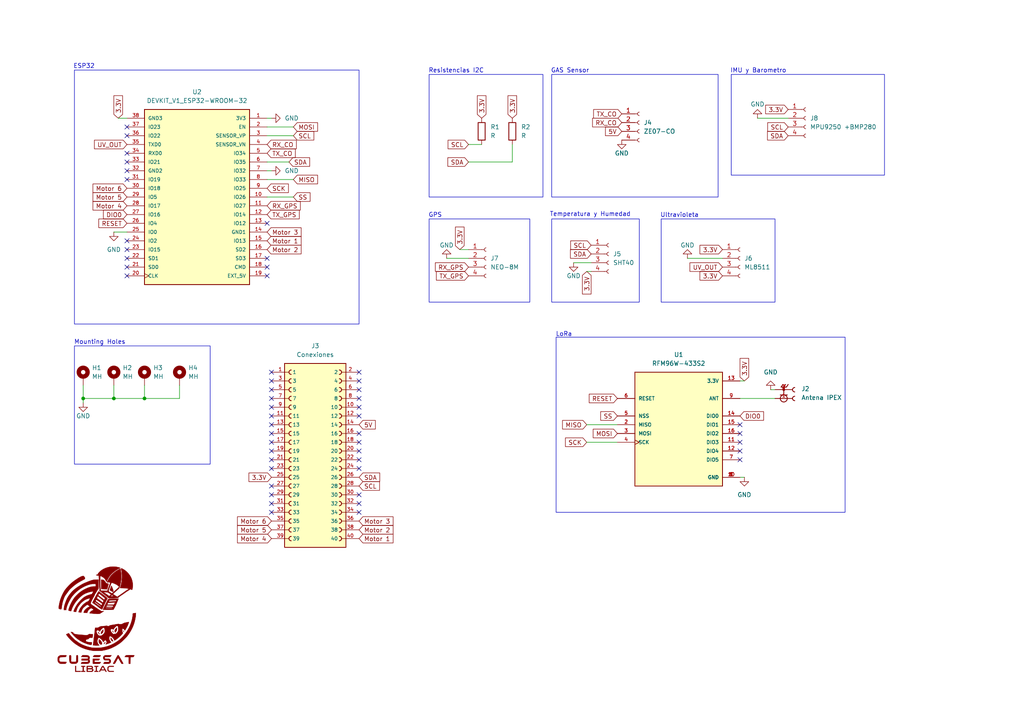
<source format=kicad_sch>
(kicad_sch (version 20231120) (generator "eeschema") (generator_version "8.0")
  (paper "A4")
  (title_block (title "CubeSat prototype 1") (date "2024-11-05") (company "Libiac"))
  (lib_symbols
    (symbol "20279-001E-03-IPEX:20279-001E-03" (pin_names (offset 1.016))
      (property "Reference" "J" (at -3.81 1.524 0))
      (property "Value" "20279-001E-03" (at -4.064 -6.858 0))
      (symbol "20279-001E-03_0_0"
        (pin passive line (at 2.54 0 180) (length 5.08) (name "~") (number "1"))
        (pin passive line (at 2.54 -2.54 180) (length 5.08) (name "~") (number "2"))
        (pin passive line (at 2.54 -2.54 180) (length 5.08) (name "~") (number "3"))
      )
    )
    (symbol "Connector:Conn_01x04_Socket" (pin_names (offset 1.016) hide)
      (property "Reference" "J" (at 0 5.08 0))
      (property "Value" "Conn_01x04_Socket" (at 0 -7.62 0))
      (symbol "Conn_01x04_Socket_1_1"
        (pin passive line (at -5.08 2.54 0) (length 3.81) (name "Pin_1") (number "1"))
        (pin passive line (at -5.08 0 0) (length 3.81) (name "Pin_2") (number "2"))
        (pin passive line (at -5.08 -2.54 0) (length 3.81) (name "Pin_3") (number "3"))
        (pin passive line (at -5.08 -5.08 0) (length 3.81) (name "Pin_4") (number "4"))
      )
    )
    (symbol "DEVKIT_V1_ESP32-WROOM-32:DEVKIT_V1_ESP32-WROOM-32" (pin_names (offset 1.016))
      (property "Reference" "U" (at -15.2572 26.0643 0))
      (property "Value" "DEVKIT_V1_ESP32-WROOM-32" (at -15.2563 -27.9698 0))
      (symbol "DEVKIT_V1_ESP32-WROOM-32_0_0"
        (pin power_in line (at -20.32 22.86 0) (length 5.08) (name "3V3") (number "1"))
        (pin bidirectional line (at -20.32 0 0) (length 5.08) (name "IO26") (number "10"))
        (pin bidirectional line (at -20.32 -2.54 0) (length 5.08) (name "IO27") (number "11"))
        (pin bidirectional line (at -20.32 -5.08 0) (length 5.08) (name "IO14") (number "12"))
        (pin bidirectional line (at -20.32 -7.62 0) (length 5.08) (name "IO12") (number "13"))
        (pin power_in line (at -20.32 -10.16 0) (length 5.08) (name "GND1") (number "14"))
        (pin bidirectional line (at -20.32 -12.7 0) (length 5.08) (name "IO13") (number "15"))
        (pin bidirectional line (at -20.32 -15.24 0) (length 5.08) (name "SD2") (number "16"))
        (pin bidirectional line (at -20.32 -17.78 0) (length 5.08) (name "SD3") (number "17"))
        (pin bidirectional line (at -20.32 -20.32 0) (length 5.08) (name "CMD") (number "18"))
        (pin power_in line (at -20.32 -22.86 0) (length 5.08) (name "EXT_5V") (number "19"))
        (pin input line (at -20.32 20.32 0) (length 5.08) (name "EN") (number "2"))
        (pin input clock (at 20.32 -22.86 180) (length 5.08) (name "CLK") (number "20"))
        (pin bidirectional line (at 20.32 -20.32 180) (length 5.08) (name "SD0") (number "21"))
        (pin bidirectional line (at 20.32 -17.78 180) (length 5.08) (name "SD1") (number "22"))
        (pin bidirectional line (at 20.32 -15.24 180) (length 5.08) (name "IO15") (number "23"))
        (pin bidirectional line (at 20.32 -12.7 180) (length 5.08) (name "IO2") (number "24"))
        (pin bidirectional line (at 20.32 -10.16 180) (length 5.08) (name "IO0") (number "25"))
        (pin bidirectional line (at 20.32 -7.62 180) (length 5.08) (name "IO4") (number "26"))
        (pin bidirectional line (at 20.32 -5.08 180) (length 5.08) (name "IO16") (number "27"))
        (pin bidirectional line (at 20.32 -2.54 180) (length 5.08) (name "IO17") (number "28"))
        (pin bidirectional line (at 20.32 0 180) (length 5.08) (name "IO5") (number "29"))
        (pin input line (at -20.32 17.78 0) (length 5.08) (name "SENSOR_VP") (number "3"))
        (pin bidirectional line (at 20.32 2.54 180) (length 5.08) (name "IO18") (number "30"))
        (pin bidirectional line (at 20.32 5.08 180) (length 5.08) (name "IO19") (number "31"))
        (pin power_in line (at 20.32 7.62 180) (length 5.08) (name "GND2") (number "32"))
        (pin bidirectional line (at 20.32 10.16 180) (length 5.08) (name "IO21") (number "33"))
        (pin input line (at 20.32 12.7 180) (length 5.08) (name "RXD0") (number "34"))
        (pin output line (at 20.32 15.24 180) (length 5.08) (name "TXD0") (number "35"))
        (pin bidirectional line (at 20.32 17.78 180) (length 5.08) (name "IO22") (number "36"))
        (pin bidirectional line (at 20.32 20.32 180) (length 5.08) (name "IO23") (number "37"))
        (pin power_in line (at 20.32 22.86 180) (length 5.08) (name "GND3") (number "38"))
        (pin input line (at -20.32 15.24 0) (length 5.08) (name "SENSOR_VN") (number "4"))
        (pin bidirectional line (at -20.32 12.7 0) (length 5.08) (name "IO34") (number "5"))
        (pin bidirectional line (at -20.32 10.16 0) (length 5.08) (name "IO35") (number "6"))
        (pin bidirectional line (at -20.32 7.62 0) (length 5.08) (name "IO32") (number "7"))
        (pin bidirectional line (at -20.32 5.08 0) (length 5.08) (name "IO33") (number "8"))
        (pin bidirectional line (at -20.32 2.54 0) (length 5.08) (name "IO25") (number "9"))
      )
    )
    (symbol "Device:R" (pin_numbers hide) (pin_names (offset 0))
      (property "Reference" "R" (at 2.032 0 90))
      (property "Value" "R" (at 0 0 90))
      (symbol "R_1_1"
        (pin passive line (at 0 3.81 270) (length 1.27) (name "~") (number "1"))
        (pin passive line (at 0 -3.81 90) (length 1.27) (name "~") (number "2"))
      )
    )
    (symbol "Libiac:LOGO" (pin_names (offset 1.016)))
    (symbol "M20-6102045:M20-6102045" (pin_names (offset 1.016))
      (property "Reference" "J" (at -7.62 26.162 0))
      (property "Value" "M20-6102045" (at -7.62 -30.48 0))
      (symbol "M20-6102045_0_0"
        (pin passive line (at -12.7 22.86 0) (length 5.08) (name "1") (number "1"))
        (pin passive line (at 12.7 12.7 180) (length 5.08) (name "10") (number "10"))
        (pin passive line (at -12.7 10.16 0) (length 5.08) (name "11") (number "11"))
        (pin passive line (at 12.7 10.16 180) (length 5.08) (name "12") (number "12"))
        (pin passive line (at -12.7 7.62 0) (length 5.08) (name "13") (number "13"))
        (pin passive line (at 12.7 7.62 180) (length 5.08) (name "14") (number "14"))
        (pin passive line (at -12.7 5.08 0) (length 5.08) (name "15") (number "15"))
        (pin passive line (at 12.7 5.08 180) (length 5.08) (name "16") (number "16"))
        (pin passive line (at -12.7 2.54 0) (length 5.08) (name "17") (number "17"))
        (pin passive line (at 12.7 2.54 180) (length 5.08) (name "18") (number "18"))
        (pin passive line (at -12.7 0 0) (length 5.08) (name "19") (number "19"))
        (pin passive line (at 12.7 22.86 180) (length 5.08) (name "2") (number "2"))
        (pin passive line (at 12.7 0 180) (length 5.08) (name "20") (number "20"))
        (pin passive line (at -12.7 -2.54 0) (length 5.08) (name "21") (number "21"))
        (pin passive line (at 12.7 -2.54 180) (length 5.08) (name "22") (number "22"))
        (pin passive line (at -12.7 -5.08 0) (length 5.08) (name "23") (number "23"))
        (pin passive line (at 12.7 -5.08 180) (length 5.08) (name "24") (number "24"))
        (pin passive line (at -12.7 -7.62 0) (length 5.08) (name "25") (number "25"))
        (pin passive line (at 12.7 -7.62 180) (length 5.08) (name "26") (number "26"))
        (pin passive line (at -12.7 -10.16 0) (length 5.08) (name "27") (number "27"))
        (pin passive line (at 12.7 -10.16 180) (length 5.08) (name "28") (number "28"))
        (pin passive line (at -12.7 -12.7 0) (length 5.08) (name "29") (number "29"))
        (pin passive line (at -12.7 20.32 0) (length 5.08) (name "3") (number "3"))
        (pin passive line (at 12.7 -12.7 180) (length 5.08) (name "30") (number "30"))
        (pin passive line (at -12.7 -15.24 0) (length 5.08) (name "31") (number "31"))
        (pin passive line (at 12.7 -15.24 180) (length 5.08) (name "32") (number "32"))
        (pin passive line (at -12.7 -17.78 0) (length 5.08) (name "33") (number "33"))
        (pin passive line (at 12.7 -17.78 180) (length 5.08) (name "34") (number "34"))
        (pin passive line (at -12.7 -20.32 0) (length 5.08) (name "35") (number "35"))
        (pin passive line (at 12.7 -20.32 180) (length 5.08) (name "36") (number "36"))
        (pin passive line (at -12.7 -22.86 0) (length 5.08) (name "37") (number "37"))
        (pin passive line (at 12.7 -22.86 180) (length 5.08) (name "38") (number "38"))
        (pin passive line (at -12.7 -25.4 0) (length 5.08) (name "39") (number "39"))
        (pin passive line (at 12.7 20.32 180) (length 5.08) (name "4") (number "4"))
        (pin passive line (at 12.7 -25.4 180) (length 5.08) (name "40") (number "40"))
        (pin passive line (at -12.7 17.78 0) (length 5.08) (name "5") (number "5"))
        (pin passive line (at 12.7 17.78 180) (length 5.08) (name "6") (number "6"))
        (pin passive line (at -12.7 15.24 0) (length 5.08) (name "7") (number "7"))
        (pin passive line (at 12.7 15.24 180) (length 5.08) (name "8") (number "8"))
        (pin passive line (at -12.7 12.7 0) (length 5.08) (name "9") (number "9"))
      )
    )
    (symbol "Mechanical:MountingHole_Pad" (pin_numbers hide) (pin_names (offset 1.016) hide) (exclude_from_sim yes) (in_bom no)
      (property "Reference" "H" (at 0 6.35 0))
      (property "Value" "MountingHole_Pad" (at 0 4.445 0))
      (symbol "MountingHole_Pad_1_1"
        (pin input line (at 0 -2.54 90) (length 2.54) (name "1") (number "1"))
      )
    )
    (symbol "RFM96W-433S2:RFM96W-433S2" (pin_names (offset 1.016))
      (property "Reference" "U" (at -12.7 16.002 0))
      (property "Value" "RFM96W-433S2" (at -12.7 -20.32 0))
      (symbol "RFM96W-433S2_0_0"
        (pin power_in line (at 17.78 -15.24 180) (length 5.08) (name "GND") (number "1"))
        (pin power_in line (at 17.78 -15.24 180) (length 5.08) (name "GND") (number "10"))
        (pin bidirectional line (at 17.78 -5.08 180) (length 5.08) (name "DIO3") (number "11"))
        (pin bidirectional line (at 17.78 -7.62 180) (length 5.08) (name "DIO4") (number "12"))
        (pin power_in line (at 17.78 12.7 180) (length 5.08) (name "3.3V") (number "13"))
        (pin bidirectional line (at 17.78 2.54 180) (length 5.08) (name "DIO0") (number "14"))
        (pin bidirectional line (at 17.78 0 180) (length 5.08) (name "DIO1") (number "15"))
        (pin bidirectional line (at 17.78 -2.54 180) (length 5.08) (name "DIO2") (number "16"))
        (pin output line (at -17.78 0 0) (length 5.08) (name "MISO") (number "2"))
        (pin input line (at -17.78 -2.54 0) (length 5.08) (name "MOSI") (number "3"))
        (pin input clock (at -17.78 -5.08 0) (length 5.08) (name "SCK") (number "4"))
        (pin input line (at -17.78 2.54 0) (length 5.08) (name "NSS") (number "5"))
        (pin input line (at -17.78 7.62 0) (length 5.08) (name "RESET") (number "6"))
        (pin bidirectional line (at 17.78 -10.16 180) (length 5.08) (name "DIO5") (number "7"))
        (pin power_in line (at 17.78 -15.24 180) (length 5.08) (name "GND") (number "8"))
        (pin bidirectional line (at 17.78 7.62 180) (length 5.08) (name "ANT") (number "9"))
      )
    )
    (symbol "power:GND" (power) (pin_numbers hide) (pin_names (offset 0) hide)
      (property "Value" "GND" (at 0 -3.81 0))
      (symbol "GND_1_1"
        (pin power_in line (at 0 0 270) (length 0) (name "~") (number "1"))
      )
    )
  )
  (junction (at 33.02 115.57))
  (junction (at 41.91 115.57))
  (junction (at 24.13 115.57))
  (no_connect (at 104.14 120.65))
  (no_connect (at 77.47 64.77))
  (no_connect (at 36.83 72.39))
  (no_connect (at 78.74 118.11))
  (no_connect (at 104.14 115.57))
  (no_connect (at 104.14 107.95))
  (no_connect (at 36.83 44.45))
  (no_connect (at 214.63 125.73))
  (no_connect (at 104.14 113.03))
  (no_connect (at 36.83 74.93))
  (no_connect (at 104.14 110.49))
  (no_connect (at 78.74 140.97))
  (no_connect (at 36.83 52.07))
  (no_connect (at 78.74 115.57))
  (no_connect (at 104.14 125.73))
  (no_connect (at 78.74 135.89))
  (no_connect (at 214.63 123.19))
  (no_connect (at 78.74 146.05))
  (no_connect (at 36.83 77.47))
  (no_connect (at 77.47 77.47))
  (no_connect (at 78.74 130.81))
  (no_connect (at 78.74 125.73))
  (no_connect (at 36.83 46.99))
  (no_connect (at 78.74 123.19))
  (no_connect (at 78.74 128.27))
  (no_connect (at 36.83 80.01))
  (no_connect (at 78.74 107.95))
  (no_connect (at 78.74 110.49))
  (no_connect (at 104.14 133.35))
  (no_connect (at 78.74 143.51))
  (no_connect (at 36.83 69.85))
  (no_connect (at 104.14 143.51))
  (no_connect (at 36.83 36.83))
  (no_connect (at 36.83 39.37))
  (no_connect (at 104.14 118.11))
  (no_connect (at 77.47 74.93))
  (no_connect (at 104.14 148.59))
  (no_connect (at 104.14 135.89))
  (no_connect (at 78.74 113.03))
  (no_connect (at 104.14 128.27))
  (no_connect (at 214.63 133.35))
  (no_connect (at 77.47 80.01))
  (no_connect (at 214.63 128.27))
  (no_connect (at 214.63 130.81))
  (no_connect (at 78.74 133.35))
  (no_connect (at 104.14 130.81))
  (no_connect (at 36.83 49.53))
  (no_connect (at 104.14 146.05))
  (no_connect (at 78.74 148.59))
  (no_connect (at 78.74 120.65))
  (wire (pts (xy 33.02 115.57) (xy 41.91 115.57)))
  (wire (pts (xy 85.09 52.07) (xy 77.47 52.07)))
  (wire (pts (xy 170.18 123.19) (xy 179.07 123.19)))
  (wire (pts (xy 135.89 41.91) (xy 139.7 41.91)))
  (wire (pts (xy 148.59 46.99) (xy 148.59 41.91)))
  (wire (pts (xy 219.71 34.29) (xy 228.6 34.29)))
  (wire (pts (xy 33.02 67.31) (xy 36.83 67.31)))
  (wire (pts (xy 85.09 36.83) (xy 77.47 36.83)))
  (wire (pts (xy 214.63 115.57) (xy 224.79 115.57)))
  (wire (pts (xy 83.82 46.99) (xy 77.47 46.99)))
  (wire (pts (xy 170.18 128.27) (xy 179.07 128.27)))
  (wire (pts (xy 34.29 34.29) (xy 36.83 34.29)))
  (wire (pts (xy 24.13 115.57) (xy 33.02 115.57)))
  (wire (pts (xy 52.07 111.76) (xy 52.07 115.57)))
  (wire (pts (xy 24.13 115.57) (xy 24.13 116.84)))
  (wire (pts (xy 33.02 111.76) (xy 33.02 115.57)))
  (wire (pts (xy 166.37 76.2) (xy 171.45 76.2)))
  (wire (pts (xy 129.54 74.93) (xy 135.89 74.93)))
  (wire (pts (xy 199.39 74.93) (xy 209.55 74.93)))
  (wire (pts (xy 24.13 111.76) (xy 24.13 115.57)))
  (wire (pts (xy 78.74 34.29) (xy 77.47 34.29)))
  (wire (pts (xy 41.91 115.57) (xy 52.07 115.57)))
  (wire (pts (xy 215.9 110.49) (xy 214.63 110.49)))
  (wire (pts (xy 41.91 111.76) (xy 41.91 115.57)))
  (wire (pts (xy 215.9 138.43) (xy 214.63 138.43)))
  (wire (pts (xy 170.18 78.74) (xy 171.45 78.74)))
  (wire (pts (xy 78.74 49.53) (xy 77.47 49.53)))
  (wire (pts (xy 224.79 113.03) (xy 223.52 113.03)))
  (wire (pts (xy 85.09 57.15) (xy 77.47 57.15)))
  (wire (pts (xy 133.35 72.39) (xy 135.89 72.39)))
  (wire (pts (xy 135.89 46.99) (xy 148.59 46.99)))
  (wire (pts (xy 77.47 39.37) (xy 85.09 39.37)))
  (rectangle (start 160.02 21.59) (end 208.28 57.15))
  (rectangle (start 212.09 21.59) (end 256.54 50.8))
  (rectangle (start 21.59 100.33) (end 60.96 134.62))
  (rectangle (start 161.29 97.79) (end 245.11 148.59))
  (rectangle (start 124.46 21.59) (end 157.48 57.15))
  (rectangle (start 124.46 63.5) (end 153.67 87.63))
  (rectangle (start 21.59 20.32) (end 104.14 93.98))
  (rectangle (start 191.77 63.5) (end 224.79 87.63))
  (rectangle (start 160.02 63.5) (end 185.42 87.63))
  (text "GPS\n" (at 126.238 62.484 0) (effects (font (size 1.27 1.27))))
  (text "IMU y Barometro\n" (at 219.964 20.574 0) (effects (font (size 1.27 1.27))))
  (text "ESP32\n\n" (at 24.384 20.32 0) (effects (font (size 1.27 1.27))))
  (text "Ultravioleta" (at 197.104 62.484 0) (effects (font (size 1.27 1.27))))
  (text "Mounting Holes\n" (at 28.956 99.314 0) (effects (font (size 1.27 1.27))))
  (text "LoRa\n" (at 163.576 97.028 0) (effects (font (size 1.27 1.27))))
  (text "Resistencias I2C\n" (at 132.334 20.574 0) (effects (font (size 1.27 1.27))))
  (text "GAS Sensor\n" (at 165.354 20.574 0) (effects (font (size 1.27 1.27))))
  (text "Temperatura y Humedad\n" (at 171.196 62.23 0) (effects (font (size 1.27 1.27))))
  (global_label "5V" (shape input) (at 104.14 123.19 0) (property "Intersheetrefs" "${INTERSHEET_REFS}" (effects (hide yes))))
  (global_label "3.3V" (shape input) (at 209.55 80.01 180) (property "Intersheetrefs" "${INTERSHEET_REFS}" (effects (hide yes))))
  (global_label "SCL" (shape input) (at 85.09 39.37 0) (property "Intersheetrefs" "${INTERSHEET_REFS}" (effects (hide yes))))
  (global_label "SCL" (shape input) (at 228.6 36.83 180) (property "Intersheetrefs" "${INTERSHEET_REFS}" (effects (hide yes))))
  (global_label "DIO0" (shape input) (at 36.83 62.23 180) (property "Intersheetrefs" "${INTERSHEET_REFS}" (effects (hide yes))))
  (global_label "TX_CO" (shape input) (at 180.34 33.02 180) (property "Intersheetrefs" "${INTERSHEET_REFS}" (effects (hide yes))))
  (global_label "SCL" (shape input) (at 171.45 71.12 180) (property "Intersheetrefs" "${INTERSHEET_REFS}" (effects (hide yes))))
  (global_label "MISO" (shape input) (at 170.18 123.19 180) (property "Intersheetrefs" "${INTERSHEET_REFS}" (effects (hide yes))))
  (global_label "Motor 5" (shape input) (at 36.83 57.15 180) (property "Intersheetrefs" "${INTERSHEET_REFS}" (effects (hide yes))))
  (global_label "Motor 1" (shape input) (at 77.47 69.85 0) (property "Intersheetrefs" "${INTERSHEET_REFS}" (effects (hide yes))))
  (global_label "RX_CO" (shape input) (at 77.47 41.91 0) (property "Intersheetrefs" "${INTERSHEET_REFS}" (effects (hide yes))))
  (global_label "SDA" (shape input) (at 171.45 73.66 180) (property "Intersheetrefs" "${INTERSHEET_REFS}" (effects (hide yes))))
  (global_label "3.3V" (shape input) (at 34.29 34.29 90) (property "Intersheetrefs" "${INTERSHEET_REFS}" (effects (hide yes))))
  (global_label "RX_GPS" (shape input) (at 77.47 59.69 0) (property "Intersheetrefs" "${INTERSHEET_REFS}" (effects (hide yes))))
  (global_label "3.3V" (shape input) (at 133.35 72.39 90) (property "Intersheetrefs" "${INTERSHEET_REFS}" (effects (hide yes))))
  (global_label "RX_GPS" (shape input) (at 135.89 77.47 180) (property "Intersheetrefs" "${INTERSHEET_REFS}" (effects (hide yes))))
  (global_label "SCL" (shape input) (at 135.89 41.91 180) (property "Intersheetrefs" "${INTERSHEET_REFS}" (effects (hide yes))))
  (global_label "RESET" (shape input) (at 179.07 115.57 180) (property "Intersheetrefs" "${INTERSHEET_REFS}" (effects (hide yes))))
  (global_label "Motor 4" (shape input) (at 78.74 156.21 180) (property "Intersheetrefs" "${INTERSHEET_REFS}" (effects (hide yes))))
  (global_label "Motor 6" (shape input) (at 78.74 151.13 180) (property "Intersheetrefs" "${INTERSHEET_REFS}" (effects (hide yes))))
  (global_label "Motor 1" (shape input) (at 104.14 156.21 0) (property "Intersheetrefs" "${INTERSHEET_REFS}" (effects (hide yes))))
  (global_label "3.3V" (shape input) (at 215.9 110.49 90) (property "Intersheetrefs" "${INTERSHEET_REFS}" (effects (hide yes))))
  (global_label "SDA" (shape input) (at 228.6 39.37 180) (property "Intersheetrefs" "${INTERSHEET_REFS}" (effects (hide yes))))
  (global_label "TX_GPS" (shape input) (at 77.47 62.23 0) (property "Intersheetrefs" "${INTERSHEET_REFS}" (effects (hide yes))))
  (global_label "Motor 3" (shape input) (at 104.14 151.13 0) (property "Intersheetrefs" "${INTERSHEET_REFS}" (effects (hide yes))))
  (global_label "Motor 5" (shape input) (at 78.74 153.67 180) (property "Intersheetrefs" "${INTERSHEET_REFS}" (effects (hide yes))))
  (global_label "3.3V" (shape input) (at 78.74 138.43 180) (property "Intersheetrefs" "${INTERSHEET_REFS}" (effects (hide yes))))
  (global_label "Motor 6" (shape input) (at 36.83 54.61 180) (property "Intersheetrefs" "${INTERSHEET_REFS}" (effects (hide yes))))
  (global_label "5V" (shape input) (at 180.34 38.1 180) (property "Intersheetrefs" "${INTERSHEET_REFS}" (effects (hide yes))))
  (global_label "Motor 4" (shape input) (at 36.83 59.69 180) (property "Intersheetrefs" "${INTERSHEET_REFS}" (effects (hide yes))))
  (global_label "3.3V" (shape input) (at 228.6 31.75 180) (property "Intersheetrefs" "${INTERSHEET_REFS}" (effects (hide yes))))
  (global_label "SCK" (shape input) (at 77.47 54.61 0) (property "Intersheetrefs" "${INTERSHEET_REFS}" (effects (hide yes))))
  (global_label "SS" (shape input) (at 85.09 57.15 0) (property "Intersheetrefs" "${INTERSHEET_REFS}" (effects (hide yes))))
  (global_label "Motor 2" (shape input) (at 77.47 72.39 0) (property "Intersheetrefs" "${INTERSHEET_REFS}" (effects (hide yes))))
  (global_label "TX_CO" (shape input) (at 77.47 44.45 0) (property "Intersheetrefs" "${INTERSHEET_REFS}" (effects (hide yes))))
  (global_label "UV_OUT" (shape input) (at 36.83 41.91 180) (property "Intersheetrefs" "${INTERSHEET_REFS}" (effects (hide yes))))
  (global_label "MOSI" (shape input) (at 179.07 125.73 180) (property "Intersheetrefs" "${INTERSHEET_REFS}" (effects (hide yes))))
  (global_label "SDA" (shape input) (at 135.89 46.99 180) (property "Intersheetrefs" "${INTERSHEET_REFS}" (effects (hide yes))))
  (global_label "RX_CO" (shape input) (at 180.34 35.56 180) (property "Intersheetrefs" "${INTERSHEET_REFS}" (effects (hide yes))))
  (global_label "DIO0" (shape input) (at 214.63 120.65 0) (property "Intersheetrefs" "${INTERSHEET_REFS}" (effects (hide yes))))
  (global_label "MISO" (shape input) (at 85.09 52.07 0) (property "Intersheetrefs" "${INTERSHEET_REFS}" (effects (hide yes))))
  (global_label "3.3V" (shape input) (at 139.7 34.29 90) (property "Intersheetrefs" "${INTERSHEET_REFS}" (effects (hide yes))))
  (global_label "UV_OUT" (shape input) (at 209.55 77.47 180) (property "Intersheetrefs" "${INTERSHEET_REFS}" (effects (hide yes))))
  (global_label "TX_GPS" (shape input) (at 135.89 80.01 180) (property "Intersheetrefs" "${INTERSHEET_REFS}" (effects (hide yes))))
  (global_label "Motor 2" (shape input) (at 104.14 153.67 0) (property "Intersheetrefs" "${INTERSHEET_REFS}" (effects (hide yes))))
  (global_label "SCL" (shape input) (at 104.14 140.97 0) (property "Intersheetrefs" "${INTERSHEET_REFS}" (effects (hide yes))))
  (global_label "Motor 3" (shape input) (at 77.47 67.31 0) (property "Intersheetrefs" "${INTERSHEET_REFS}" (effects (hide yes))))
  (global_label "SDA" (shape input) (at 83.82 46.99 0) (property "Intersheetrefs" "${INTERSHEET_REFS}" (effects (hide yes))))
  (global_label "SCK" (shape input) (at 170.18 128.27 180) (property "Intersheetrefs" "${INTERSHEET_REFS}" (effects (hide yes))))
  (global_label "MOSI" (shape input) (at 85.09 36.83 0) (property "Intersheetrefs" "${INTERSHEET_REFS}" (effects (hide yes))))
  (global_label "3.3V" (shape input) (at 170.18 78.74 270) (property "Intersheetrefs" "${INTERSHEET_REFS}" (effects (hide yes))))
  (global_label "RESET" (shape input) (at 36.83 64.77 180) (property "Intersheetrefs" "${INTERSHEET_REFS}" (effects (hide yes))))
  (global_label "3.3V" (shape input) (at 209.55 72.39 180) (property "Intersheetrefs" "${INTERSHEET_REFS}" (effects (hide yes))))
  (global_label "SDA" (shape input) (at 104.14 138.43 0) (property "Intersheetrefs" "${INTERSHEET_REFS}" (effects (hide yes))))
  (global_label "SS" (shape input) (at 179.07 120.65 180) (property "Intersheetrefs" "${INTERSHEET_REFS}" (effects (hide yes))))
  (global_label "3.3V" (shape input) (at 148.59 34.29 90) (property "Intersheetrefs" "${INTERSHEET_REFS}" (effects (hide yes))))
  (symbol (lib_id "power:GND") (at 78.74 34.29 90) (unit 1)
    (property "Reference" "#PWR03" (effects (hide yes)))
    (property "Value" "GND" (at 82.55 34.2899 90) (effects (justify right)))
    (property "Description" "Power symbol creates a global label with name \"GND\" , ground" (effects (hide yes)))
  )
  (symbol (lib_id "Connector:Conn_01x04_Socket") (at 233.68 34.29 0) (unit 1)
    (property "Reference" "J8" (at 234.95 34.2899 0) (effects (justify left)))
    (property "Value" "MPU9250 +BMP280" (at 234.95 36.8299 0) (effects (justify left)))
    (property "Footprint" "Connector_JST:JST_PH_S4B-PH-K_1x04_P2.00mm_Horizontal" (effects (hide yes)))
    (property "Description" "Generic connector, single row, 01x04, script generated" (effects (hide yes)))
  )
  (symbol (lib_id "Device:R") (at 148.59 38.1 0) (unit 1)
    (property "Reference" "R2" (at 151.13 36.8299 0) (effects (justify left)))
    (property "Value" "R" (at 151.13 39.3699 0) (effects (justify left)))
    (property "Footprint" "Resistor_THT:R_Axial_DIN0204_L3.6mm_D1.6mm_P2.54mm_Vertical" (effects (hide yes)))
    (property "Description" "Resistor" (effects (hide yes)))
  )
  (symbol (lib_id "Connector:Conn_01x04_Socket") (at 185.42 35.56 0) (unit 1)
    (property "Reference" "J4" (at 186.69 35.5599 0) (effects (justify left)))
    (property "Value" "ZE07-CO" (at 186.69 38.0999 0) (effects (justify left)))
    (property "Footprint" "Connector_JST:JST_PH_S4B-PH-K_1x04_P2.00mm_Horizontal" (effects (hide yes)))
    (property "Description" "Generic connector, single row, 01x04, script generated" (effects (hide yes)))
  )
  (symbol (lib_id "Connector:Conn_01x04_Socket") (at 214.63 74.93 0) (unit 1)
    (property "Reference" "J6" (at 215.9 74.9299 0) (effects (justify left)))
    (property "Value" "ML8511" (at 215.9 77.4699 0) (effects (justify left)))
    (property "Footprint" "Connector_JST:JST_PH_S4B-PH-K_1x04_P2.00mm_Horizontal" (effects (hide yes)))
    (property "Description" "Generic connector, single row, 01x04, script generated" (effects (hide yes)))
  )
  (symbol (lib_id "Connector:Conn_01x04_Socket") (at 176.53 73.66 0) (unit 1)
    (property "Reference" "J5" (at 177.8 73.6599 0) (effects (justify left)))
    (property "Value" "SHT40" (at 177.8 76.1999 0) (effects (justify left)))
    (property "Footprint" "Connector_JST:JST_PH_S4B-PH-K_1x04_P2.00mm_Horizontal" (effects (hide yes)))
    (property "Description" "Generic connector, single row, 01x04, script generated" (effects (hide yes)))
  )
  (symbol (lib_id "Device:R") (at 139.7 38.1 0) (unit 1)
    (property "Reference" "R1" (at 142.24 36.8299 0) (effects (justify left)))
    (property "Value" "R" (at 142.24 39.3699 0) (effects (justify left)))
    (property "Footprint" "Resistor_THT:R_Axial_DIN0204_L3.6mm_D1.6mm_P2.54mm_Vertical" (effects (hide yes)))
    (property "Description" "Resistor" (effects (hide yes)))
  )
  (symbol (lib_id "power:GND") (at 199.39 74.93 180) (unit 1)
    (property "Reference" "#PWR07" (effects (hide yes)))
    (property "Value" "GND" (at 199.39 71.12 0))
    (property "Description" "Power symbol creates a global label with name \"GND\" , ground" (effects (hide yes)))
  )
  (symbol (lib_id "Connector:Conn_01x04_Socket") (at 140.97 74.93 0) (unit 1)
    (property "Reference" "J7" (at 142.24 74.9299 0) (effects (justify left)))
    (property "Value" "NEO-8M" (at 142.24 77.4699 0) (effects (justify left)))
    (property "Footprint" "Connector_PinSocket_2.54mm:PinSocket_1x04_P2.54mm_Vertical" (effects (hide yes)))
    (property "Description" "Generic connector, single row, 01x04, script generated" (effects (hide yes)))
  )
  (symbol (lib_id "power:GND") (at 129.54 74.93 180) (unit 1)
    (property "Reference" "#PWR08" (effects (hide yes)))
    (property "Value" "GND" (at 129.54 71.12 0))
    (property "Description" "Power symbol creates a global label with name \"GND\" , ground" (effects (hide yes)))
  )
  (symbol (lib_id "RFM96W-433S2:RFM96W-433S2") (at 196.85 123.19 0) (unit 1)
    (property "Reference" "U1" (at 196.85 102.87 0))
    (property "Value" "RFM96W-433S2" (at 196.85 105.41 0))
    (property "Footprint" "RFM96W-433S2:MODULE_RFM96W-433S2" (effects (hide yes)))
    (property "MF" "Hope Microelectronics" (effects (hide yes)))
    (property "MAXIMUM_PACKAGE_HEIGHT" "1.8mm" (effects (hide yes)))
    (property "Package" "None" (effects (hide yes)))
    (property "Price" "None" (effects (hide yes)))
    (property "Check_prices" "https://www.snapeda.com/parts/RFM96W-433S2/Hoperf+Microelectronics/view-part/?ref=eda" (effects (hide yes)))
    (property "STANDARD" "Manufacturer Recommendations" (effects (hide yes)))
    (property "PARTREV" "2.0" (effects (hide yes)))
    (property "SnapEDA_Link" "https://www.snapeda.com/parts/RFM96W-433S2/Hoperf+Microelectronics/view-part/?ref=snap" (effects (hide yes)))
    (property "MP" "RFM96W-433S2" (effects (hide yes)))
    (property "Description_1" "\n                        \n                            Module: RF; FM transceiver; FSK, GFSK, GMSK, LoRa, MSK, OOK; GPIO, SPI\n                        \n" (effects (hide yes)))
    (property "Availability" "Not in stock" (effects (hide yes)))
    (property "MANUFACTURER" "Hope Microelectronics" (effects (hide yes)))
  )
  (symbol (lib_id "power:GND") (at 215.9 138.43 0) (unit 1)
    (property "Reference" "#PWR01" (effects (hide yes)))
    (property "Value" "GND" (at 215.9 143.51 0))
    (property "Description" "Power symbol creates a global label with name \"GND\" , ground" (effects (hide yes)))
  )
  (symbol (lib_id "power:GND") (at 24.13 116.84 0) (unit 1)
    (property "Reference" "#PWR012" (effects (hide yes)))
    (property "Value" "GND" (at 24.13 120.65 0))
    (property "Description" "Power symbol creates a global label with name \"GND\" , ground" (effects (hide yes)))
  )
  (symbol (lib_id "power:GND") (at 33.02 67.31 0) (unit 1)
    (property "Reference" "#PWR02" (effects (hide yes)))
    (property "Value" "GND" (at 33.02 72.39 0))
    (property "Description" "Power symbol creates a global label with name \"GND\" , ground" (effects (hide yes)))
  )
  (symbol (lib_id "power:GND") (at 166.37 76.2 0) (unit 1)
    (property "Reference" "#PWR018" (effects (hide yes)))
    (property "Value" "GND" (at 166.37 80.01 0))
    (property "Description" "Power symbol creates a global label with name \"GND\" , ground" (effects (hide yes)))
  )
  (symbol (lib_id "20279-001E-03-IPEX:20279-001E-03") (at 227.33 115.57 180) (unit 1)
    (property "Reference" "J2" (at 232.41 112.7759 0) (effects (justify right)))
    (property "Value" "Antena IPEX" (at 232.41 115.3159 0) (effects (justify right)))
    (property "Footprint" "20279-001E-03:IPEX_20279-001E-03" (effects (hide yes)))
    (property "MF" "I-PEX" (effects (hide yes)))
    (property "MAXIMUM_PACKAGE_HEIGHT" "1.25mm" (effects (hide yes)))
    (property "Package" "None" (effects (hide yes)))
    (property "Price" "None" (effects (hide yes)))
    (property "Check_prices" "https://www.snapeda.com/parts/20279-001E-03/I-PEX/view-part/?ref=eda" (effects (hide yes)))
    (property "STANDARD" "Manufacturer Recommendations" (effects (hide yes)))
    (property "PARTREV" "32" (effects (hide yes)))
    (property "SnapEDA_Link" "https://www.snapeda.com/parts/20279-001E-03/I-PEX/view-part/?ref=snap" (effects (hide yes)))
    (property "MP" "20279-001E-03" (effects (hide yes)))
    (property "Description_1" "\n                        \n                            1 POS Vertical SMD Small form factor with big performance through 6 GHz connector,MHF, RF, micro-coaxial MHF I Receptacle\n                        \n" (effects (hide yes)))
    (property "Availability" "In Stock" (effects (hide yes)))
    (property "MANUFACTURER" "I-PEX" (effects (hide yes)))
  )
  (symbol (lib_id "Mechanical:MountingHole_Pad") (at 33.02 109.22 0) (unit 1) (exclude_from_sim yes) (in_bom no)
    (property "Reference" "H2" (at 35.56 106.6799 0) (effects (justify left)))
    (property "Value" "MH" (at 35.56 109.2199 0) (effects (justify left)))
    (property "Footprint" "MountingHole:MountingHole_3.2mm_M3_Pad_Via" (effects (hide yes)))
    (property "Description" "Mounting Hole with connection" (effects (hide yes)))
  )
  (symbol (lib_id "power:GND") (at 219.71 34.29 180) (unit 1)
    (property "Reference" "#PWR06" (effects (hide yes)))
    (property "Value" "GND" (at 219.71 30.226 0))
    (property "Description" "Power symbol creates a global label with name \"GND\" , ground" (effects (hide yes)))
  )
  (symbol (lib_id "Mechanical:MountingHole_Pad") (at 52.07 109.22 0) (unit 1) (exclude_from_sim yes) (in_bom no)
    (property "Reference" "H4" (at 54.61 106.6799 0) (effects (justify left)))
    (property "Value" "MH" (at 54.61 109.2199 0) (effects (justify left)))
    (property "Footprint" "MountingHole:MountingHole_3.2mm_M3_Pad_Via" (effects (hide yes)))
    (property "Description" "Mounting Hole with connection" (effects (hide yes)))
  )
  (symbol (lib_id "Libiac:LOGO") (at 27.94 180.34 0) (unit 1) (exclude_from_sim yes) (in_bom no) (on_board no)
    (property "Reference" "#G1" (effects (hide yes)))
    (property "Value" "LOGO" (effects (hide yes)))
  )
  (symbol (lib_id "Mechanical:MountingHole_Pad") (at 24.13 109.22 0) (unit 1) (exclude_from_sim yes) (in_bom no)
    (property "Reference" "H1" (at 26.67 106.6799 0) (effects (justify left)))
    (property "Value" "MH" (at 26.67 109.2199 0) (effects (justify left)))
    (property "Footprint" "MountingHole:MountingHole_3.2mm_M3_Pad_Via" (effects (hide yes)))
    (property "Description" "Mounting Hole with connection" (effects (hide yes)))
  )
  (symbol (lib_id "M20-6102045:M20-6102045") (at 91.44 130.81 0) (unit 1)
    (property "Reference" "J3" (at 91.44 100.33 0))
    (property "Value" "Conexiones" (at 91.44 102.87 0))
    (property "Footprint" "M20-6102045:HARWIN_M20-6102045" (effects (hide yes)))
    (property "MF" "Harwin" (effects (hide yes)))
    (property "MAXIMUM_PACKAGE_HEIGHT" "11.05mm" (effects (hide yes)))
    (property "Package" "None" (effects (hide yes)))
    (property "Price" "None" (effects (hide yes)))
    (property "Check_prices" "https://www.snapeda.com/parts/M20-6102045/Harwin/view-part/?ref=eda" (effects (hide yes)))
    (property "STANDARD" "Manufacturer Recommendations" (effects (hide yes)))
    (property "PARTREV" "13" (effects (hide yes)))
    (property "SnapEDA_Link" "https://www.snapeda.com/parts/M20-6102045/Harwin/view-part/?ref=snap" (effects (hide yes)))
    (property "MP" "M20-6102045" (effects (hide yes)))
    (property "Description_1" "\n                        \n                            PC/104 Stackthrough Connector, 2.54mm (0.1) Pitch DIL, gold (hi-temp mould), 20+20 contacts\n                        \n" (effects (hide yes)))
    (property "Availability" "In Stock" (effects (hide yes)))
    (property "MANUFACTURER" "Harwin" (effects (hide yes)))
  )
  (symbol (lib_id "DEVKIT_V1_ESP32-WROOM-32:DEVKIT_V1_ESP32-WROOM-32") (at 57.15 57.15 0) (mirror y) (unit 1)
    (property "Reference" "U2" (at 57.15 26.67 0))
    (property "Value" "DEVKIT_V1_ESP32-WROOM-32" (at 57.15 29.21 0))
    (property "Footprint" "DEVKIT_V1_ESP32-WROOM-32:MODULE_DEVKIT_V1_ESP32-WROOM-32" (effects (hide yes)))
    (property "MF" "Espressif Systems" (effects (hide yes)))
    (property "Description_1" "\n                        \n                            WROOM-32 Development Board ESP32 ESP-32S WiFi Bluetooth Dev Module\n                        \n" (effects (hide yes)))
    (property "Package" "Package" (effects (hide yes)))
    (property "Price" "None" (effects (hide yes)))
    (property "Check_prices" "https://www.snapeda.com/parts/DEVKIT%20V1%20ESP32-WROOM-32/Espressif+Systems/view-part/?ref=eda" (effects (hide yes)))
    (property "STANDARD" "Manufacturer Recommendations" (effects (hide yes)))
    (property "PARTREV" "N/A" (effects (hide yes)))
    (property "SnapEDA_Link" "https://www.snapeda.com/parts/DEVKIT%20V1%20ESP32-WROOM-32/Espressif+Systems/view-part/?ref=snap" (effects (hide yes)))
    (property "MP" "DEVKIT V1 ESP32-WROOM-32" (effects (hide yes)))
    (property "Availability" "Not in stock" (effects (hide yes)))
    (property "MANUFACTURER" "Espressif Systems" (effects (hide yes)))
  )
  (symbol (lib_id "power:GND") (at 223.52 113.03 180) (unit 1)
    (property "Reference" "#PWR011" (effects (hide yes)))
    (property "Value" "GND" (at 223.52 107.95 0))
    (property "Description" "Power symbol creates a global label with name \"GND\" , ground" (effects (hide yes)))
  )
  (symbol (lib_id "power:GND") (at 180.34 40.64 0) (unit 1)
    (property "Reference" "#PWR04" (effects (hide yes)))
    (property "Value" "GND" (at 180.34 44.45 0))
    (property "Description" "Power symbol creates a global label with name \"GND\" , ground" (effects (hide yes)))
  )
  (symbol (lib_id "Mechanical:MountingHole_Pad") (at 41.91 109.22 0) (unit 1) (exclude_from_sim yes) (in_bom no)
    (property "Reference" "H3" (at 44.45 106.6799 0) (effects (justify left)))
    (property "Value" "MH" (at 44.45 109.2199 0) (effects (justify left)))
    (property "Footprint" "MountingHole:MountingHole_3.2mm_M3_Pad_Via" (effects (hide yes)))
    (property "Description" "Mounting Hole with connection" (effects (hide yes)))
  )
  (symbol (lib_id "power:GND") (at 78.74 49.53 90) (unit 1)
    (property "Reference" "#PWR05" (effects (hide yes)))
    (property "Value" "GND" (at 82.55 49.5299 90) (effects (justify right)))
    (property "Description" "Power symbol creates a global label with name \"GND\" , ground" (effects (hide yes)))
  )
)
</source>
